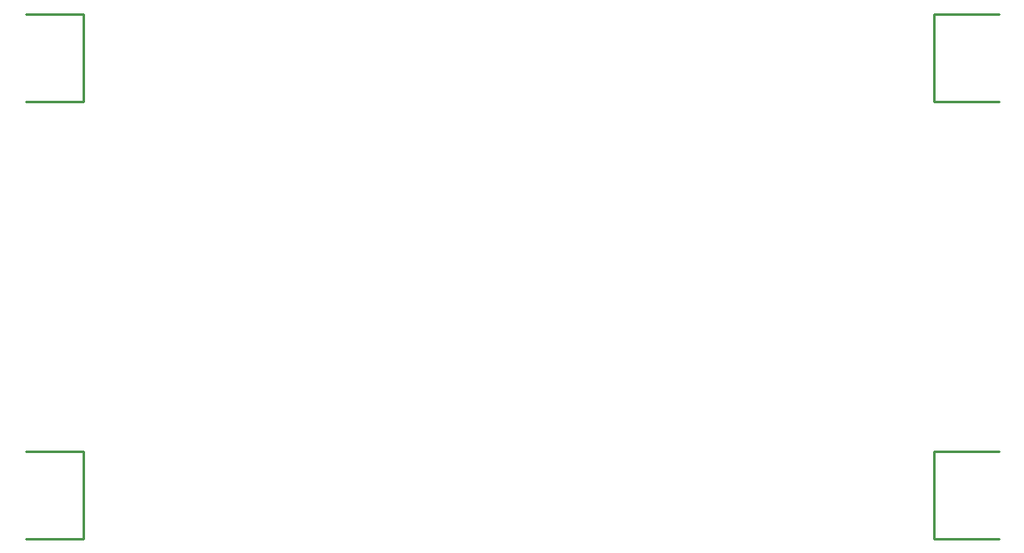
<source format=gbo>
G04 start of page 14 for group -4078 idx -4078 *
G04 Title: (unknown), bottomsilk *
G04 Creator: pcb 20110918 *
G04 CreationDate: Sun 22 Jun 2014 10:36:29 GMT UTC *
G04 For: michael *
G04 Format: Gerber/RS-274X *
G04 PCB-Dimensions: 393000 393700 *
G04 PCB-Coordinate-Origin: lower left *
%MOIN*%
%FSLAX25Y25*%
%LNBOTTOMSILK*%
%ADD183C,0.0100*%
G54D183*X2000Y248700D02*X25000D01*
X391000Y38700D02*X365000D01*
Y73700D01*
X391000D01*
Y213700D02*X365000D01*
Y248700D01*
X391000D01*
X25000D02*Y213700D01*
X2000D01*
Y38700D02*X25000D01*
Y73700D01*
X2000D01*
M02*

</source>
